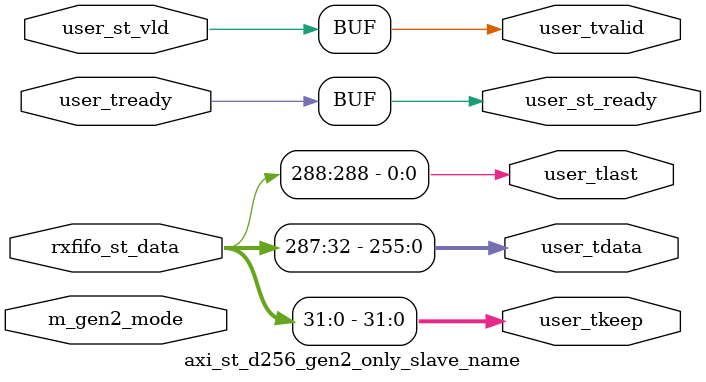
<source format=sv>

module axi_st_d256_gen2_only_slave_name  (

  // st channel
  output logic [  31:   0]   user_tkeep          ,
  output logic [ 255:   0]   user_tdata          ,
  output logic               user_tlast          ,
  output logic               user_tvalid         ,
  input  logic               user_tready         ,

  // Logic Link Interfaces
  input  logic               user_st_vld         ,
  input  logic [ 288:   0]   rxfifo_st_data      ,
  output logic               user_st_ready       ,

  input  logic               m_gen2_mode         

);

  // Connect Data

  assign user_tvalid                        = user_st_vld                        ;
  assign user_st_ready                      = user_tready                        ;
  assign user_tkeep           [   0 +:  32] = rxfifo_st_data       [   0 +:  32] ;
  assign user_tdata           [   0 +: 256] = rxfifo_st_data       [  32 +: 256] ;
  assign user_tlast                         = rxfifo_st_data       [ 288 +:   1] ;

endmodule

</source>
